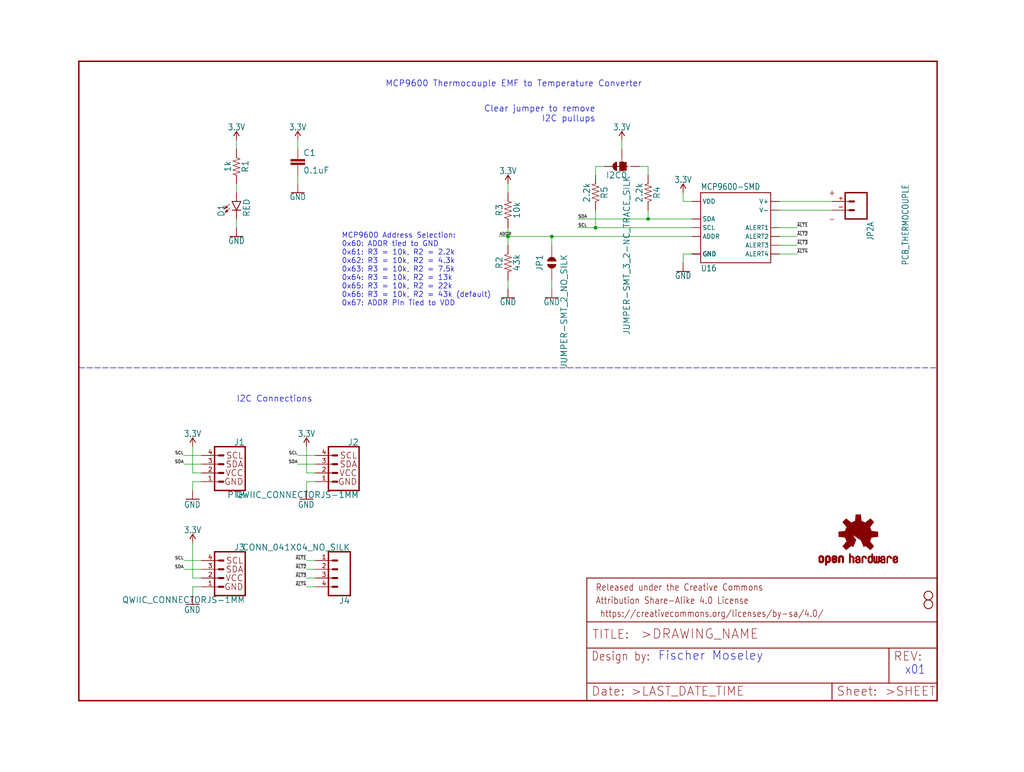
<source format=kicad_sch>
(kicad_sch (version 20211123) (generator eeschema)
  (paper "User" 297.002 223.926)
  (lib_symbols
    (symbol "eagleSchem-eagle-import:0.1UF-0603-25V-(+80{slash}-20%)"
      (property "Reference" "C" (at 1.524 2.921 0))
      (property "Value" "0.1UF-0603-25V-(+80{slash}-20%)" (at 1.524 -2.159 0))
      (symbol "0.1UF-0603-25V-(+80{slash}-20%)_1_0"
        (pin passive line (at 0 5.08 270) (length 2.54) (name "1") (number "1"))
        (pin passive line (at 0 -2.54 90) (length 2.54) (name "2") (number "2"))
      )
    )
    (symbol "eagleSchem-eagle-import:10KOHM-0603-1{slash}10W-1%"
      (property "Reference" "R" (at 0 1.524 0))
      (property "Value" "10KOHM-0603-1{slash}10W-1%" (at 0 -1.524 0))
      (symbol "10KOHM-0603-1{slash}10W-1%_1_0"
        (pin passive line (at -5.08 0 0) (length 2.54) (name "1") (number "1"))
        (pin passive line (at 5.08 0 180) (length 2.54) (name "2") (number "2"))
      )
    )
    (symbol "eagleSchem-eagle-import:1KOHM-0603-1{slash}10W-1%"
      (property "Reference" "R" (at 0 1.524 0))
      (property "Value" "1KOHM-0603-1{slash}10W-1%" (at 0 -1.524 0))
      (symbol "1KOHM-0603-1{slash}10W-1%_1_0"
        (pin passive line (at -5.08 0 0) (length 2.54) (name "1") (number "1"))
        (pin passive line (at 5.08 0 180) (length 2.54) (name "2") (number "2"))
      )
    )
    (symbol "eagleSchem-eagle-import:2.2KOHM-0603-1{slash}10W-1%"
      (property "Reference" "R" (at 0 1.524 0))
      (property "Value" "2.2KOHM-0603-1{slash}10W-1%" (at 0 -1.524 0))
      (symbol "2.2KOHM-0603-1{slash}10W-1%_1_0"
        (pin passive line (at -5.08 0 0) (length 2.54) (name "1") (number "1"))
        (pin passive line (at 5.08 0 180) (length 2.54) (name "2") (number "2"))
      )
    )
    (symbol "eagleSchem-eagle-import:3.3V" (power)
      (property "Value" "3.3V" (at 0 2.794 0))
      (symbol "3.3V_1_0"
        (pin power_in line (at 0 0 90) (length 2.54) (name "3.3V") (number "1"))
      )
    )
    (symbol "eagleSchem-eagle-import:43KOHM-0603-1{slash}10W-1%"
      (property "Reference" "R" (at 0 1.524 0))
      (property "Value" "43KOHM-0603-1{slash}10W-1%" (at 0 -1.524 0))
      (symbol "43KOHM-0603-1{slash}10W-1%_1_0"
        (pin passive line (at -5.08 0 0) (length 2.54) (name "1") (number "1"))
        (pin passive line (at 5.08 0 180) (length 2.54) (name "2") (number "2"))
      )
    )
    (symbol "eagleSchem-eagle-import:CONN_041X04_NO_SILK"
      (property "Reference" "J" (at -5.08 8.128 0))
      (property "Value" "CONN_041X04_NO_SILK" (at -5.08 -7.366 0))
      (symbol "CONN_041X04_NO_SILK_1_0"
        (pin passive line (at 5.08 -2.54 180) (length 5.08) (name "1") (number "1"))
        (pin passive line (at 5.08 0 180) (length 5.08) (name "2") (number "2"))
        (pin passive line (at 5.08 2.54 180) (length 5.08) (name "3") (number "3"))
        (pin passive line (at 5.08 5.08 180) (length 5.08) (name "4") (number "4"))
      )
    )
    (symbol "eagleSchem-eagle-import:FRAME-LETTER"
      (symbol "FRAME-LETTER_2_0"
        (text " https://creativecommons.org/licenses/by-sa/4.0/" (at 2.54 24.13 0) (effects (font (size 1.9304 1.6408)) (justify left bottom)))
        (text ">DRAWING_NAME" (at 15.494 17.78 0) (effects (font (size 2.7432 2.7432)) (justify left bottom)))
        (text ">LAST_DATE_TIME" (at 12.7 1.27 0) (effects (font (size 2.54 2.54)) (justify left bottom)))
        (text ">SHEET" (at 86.36 1.27 0) (effects (font (size 2.54 2.54)) (justify left bottom)))
        (text "Attribution Share-Alike 4.0 License" (at 2.54 27.94 0) (effects (font (size 1.9304 1.6408)) (justify left bottom)))
        (text "Date:" (at 1.27 1.27 0) (effects (font (size 2.54 2.54)) (justify left bottom)))
        (text "Design by:" (at 1.27 11.43 0) (effects (font (size 2.54 2.159)) (justify left bottom)))
        (text "Released under the Creative Commons" (at 2.54 31.75 0) (effects (font (size 1.9304 1.6408)) (justify left bottom)))
        (text "REV:" (at 88.9 11.43 0) (effects (font (size 2.54 2.54)) (justify left bottom)))
        (text "Sheet:" (at 72.39 1.27 0) (effects (font (size 2.54 2.54)) (justify left bottom)))
        (text "TITLE:" (at 1.524 17.78 0) (effects (font (size 2.54 2.54)) (justify left bottom)))
      )
    )
    (symbol "eagleSchem-eagle-import:GND" (power)
      (property "Value" "GND" (at -2.54 -2.54 0))
      (symbol "GND_1_0"
        (pin power_in line (at 0 2.54 270) (length 2.54) (name "GND") (number "1"))
      )
    )
    (symbol "eagleSchem-eagle-import:I2C_STANDARD_NO_SILK"
      (property "Reference" "J" (at -5.08 7.874 0))
      (property "Value" "I2C_STANDARD_NO_SILK" (at -5.08 -5.334 0))
      (symbol "I2C_STANDARD_NO_SILK_1_0"
        (text "GND" (at -4.572 -2.54 0) (effects (font (size 1.778 1.778)) (justify left)))
        (text "SCL" (at -4.572 5.08 0) (effects (font (size 1.778 1.778)) (justify left)))
        (text "SDA" (at -4.572 2.54 0) (effects (font (size 1.778 1.778)) (justify left)))
        (text "VCC" (at -4.572 0 0) (effects (font (size 1.778 1.778)) (justify left)))
        (pin power_in line (at 7.62 -2.54 180) (length 5.08) (name "GND") (number "1"))
        (pin power_in line (at 7.62 0 180) (length 5.08) (name "VCC") (number "2"))
        (pin passive line (at 7.62 2.54 180) (length 5.08) (name "SDA") (number "3"))
        (pin passive line (at 7.62 5.08 180) (length 5.08) (name "SCL") (number "4"))
      )
    )
    (symbol "eagleSchem-eagle-import:JUMPER-SMT_2_NO_SILK"
      (property "Reference" "JP" (at -2.54 2.54 0))
      (property "Value" "JUMPER-SMT_2_NO_SILK" (at -2.54 -2.54 0))
      (symbol "JUMPER-SMT_2_NO_SILK_1_0"
        (pin passive line (at -5.08 0 0) (length 2.54) (name "1") (number "1"))
        (pin passive line (at 5.08 0 180) (length 2.54) (name "2") (number "2"))
      )
    )
    (symbol "eagleSchem-eagle-import:JUMPER-SMT_3_2-NC_TRACE_SILK"
      (property "Reference" "JP" (at 2.54 0.381 0))
      (property "Value" "JUMPER-SMT_3_2-NC_TRACE_SILK" (at 2.54 -0.381 0))
      (symbol "JUMPER-SMT_3_2-NC_TRACE_SILK_1_0"
        (pin passive line (at 0 5.08 270) (length 2.54) (name "1") (number "1"))
        (pin passive line (at -5.08 0 0) (length 2.54) (name "2") (number "2"))
        (pin passive line (at 0 -5.08 90) (length 2.54) (name "3") (number "3"))
      )
    )
    (symbol "eagleSchem-eagle-import:LED-RED0603"
      (property "Reference" "D" (at -3.429 -4.572 90))
      (property "Value" "LED-RED0603" (at 1.905 -4.572 90))
      (symbol "LED-RED0603_1_0"
        (pin passive line (at 0 2.54 270) (length 2.54) (name "A") (number "A"))
        (pin passive line (at 0 -5.08 90) (length 2.54) (name "C") (number "C"))
      )
    )
    (symbol "eagleSchem-eagle-import:MCP9600-SMD"
      (property "Reference" "U" (at -10.414 10.668 0))
      (property "Value" "MCP9600-SMD" (at -10.16 -12.954 0))
      (symbol "MCP9600-SMD_1_0"
        (pin bidirectional line (at -12.7 -7.62 0) (length 2.54) (name "GND") (number "1"))
        (pin bidirectional line (at -12.7 -7.62 0) (length 2.54) (name "GND") (number "10"))
        (pin bidirectional line (at 12.7 0 180) (length 2.54) (name "ALERT1") (number "11"))
        (pin bidirectional line (at 12.7 -2.54 180) (length 2.54) (name "ALERT2") (number "12"))
        (pin bidirectional line (at -12.7 -7.62 0) (length 2.54) (name "GND") (number "13"))
        (pin bidirectional line (at 12.7 -5.08 180) (length 2.54) (name "ALERT3") (number "14"))
        (pin bidirectional line (at 12.7 -7.62 180) (length 2.54) (name "ALERT4") (number "15"))
        (pin bidirectional line (at -12.7 -2.54 0) (length 2.54) (name "ADDR") (number "16"))
        (pin bidirectional line (at -12.7 -7.62 0) (length 2.54) (name "GND") (number "17"))
        (pin bidirectional line (at -12.7 -7.62 0) (length 2.54) (name "GND") (number "18"))
        (pin bidirectional line (at -12.7 0 0) (length 2.54) (name "SCL") (number "19"))
        (pin bidirectional line (at 12.7 7.62 180) (length 2.54) (name "V+") (number "2"))
        (pin bidirectional line (at -12.7 2.54 0) (length 2.54) (name "SDA") (number "20"))
        (pin bidirectional line (at -12.7 -7.62 0) (length 2.54) (name "GND") (number "21"))
        (pin bidirectional line (at -12.7 -7.62 0) (length 2.54) (name "GND") (number "3"))
        (pin bidirectional line (at 12.7 5.08 180) (length 2.54) (name "V-") (number "4"))
        (pin bidirectional line (at -12.7 -7.62 0) (length 2.54) (name "GND") (number "5"))
        (pin bidirectional line (at -12.7 -7.62 0) (length 2.54) (name "GND") (number "6"))
        (pin bidirectional line (at -12.7 -7.62 0) (length 2.54) (name "GND") (number "7"))
        (pin bidirectional line (at -12.7 7.62 0) (length 2.54) (name "VDD") (number "8"))
        (pin bidirectional line (at -12.7 -7.62 0) (length 2.54) (name "GND") (number "9"))
      )
    )
    (symbol "eagleSchem-eagle-import:OSHW-LOGOMINI")
    (symbol "eagleSchem-eagle-import:PCB_THERMOCOUPLE"
      (property "Reference" "JP" (at -1.27 0 90))
      (property "Value" "PCB_THERMOCOUPLE" (at 5.715 0 90))
      (symbol "PCB_THERMOCOUPLE_1_0"
        (text "+" (at 5.08 -5.08 0) (effects (font (size 1.778 1.5113))))
        (text "-" (at 5.08 2.54 0) (effects (font (size 1.778 1.5113))))
        (pin passive line (at 5.08 -2.54 180) (length 5.08) (name "+") (number "+"))
        (pin passive line (at 5.08 0 180) (length 5.08) (name "-") (number "-"))
      )
      (symbol "PCB_THERMOCOUPLE_2_0"
        (pin passive line (at 0 -2.54 90) (length 2.54) (name "1") (number "CLIP1"))
        (pin passive line (at 2.54 -2.54 90) (length 2.54) (name "2") (number "CLIP2"))
      )
    )
    (symbol "eagleSchem-eagle-import:QWIIC_CONNECTORJS-1MM"
      (property "Reference" "J" (at -5.08 7.874 0))
      (property "Value" "QWIIC_CONNECTORJS-1MM" (at -5.08 -5.334 0))
      (symbol "QWIIC_CONNECTORJS-1MM_1_0"
        (text "GND" (at -4.572 -2.54 0) (effects (font (size 1.778 1.778)) (justify left)))
        (text "SCL" (at -4.572 5.08 0) (effects (font (size 1.778 1.778)) (justify left)))
        (text "SDA" (at -4.572 2.54 0) (effects (font (size 1.778 1.778)) (justify left)))
        (text "VCC" (at -4.572 0 0) (effects (font (size 1.778 1.778)) (justify left)))
        (pin power_in line (at 7.62 -2.54 180) (length 5.08) (name "1") (number "1"))
        (pin power_in line (at 7.62 0 180) (length 5.08) (name "2") (number "2"))
        (pin passive line (at 7.62 2.54 180) (length 5.08) (name "3") (number "3"))
        (pin passive line (at 7.62 5.08 180) (length 5.08) (name "4") (number "4"))
      )
    )
    (symbol "eagleSchem-eagle-import:STAND-OFF")
  )
  (junction (at 147.32 68.58))
  (junction (at 187.96 63.5))
  (junction (at 172.72 66.04))
  (junction (at 160.02 68.58))
  (wire (pts (xy 55.88 139.7) (xy 58.42 139.7)))
  (wire (pts (xy 88.9 142.24) (xy 88.9 139.7)))
  (wire (pts (xy 147.32 53.34) (xy 147.32 55.88)))
  (wire (pts (xy 160.02 68.58) (xy 147.32 68.58)))
  (wire (pts (xy 86.36 132.08) (xy 91.44 132.08)))
  (wire (pts (xy 167.64 63.5) (xy 187.96 63.5)))
  (wire (pts (xy 86.36 134.62) (xy 91.44 134.62)))
  (wire (pts (xy 55.88 157.48) (xy 55.88 167.64)))
  (wire (pts (xy 226.06 58.42) (xy 241.3 58.42)))
  (wire (pts (xy 198.12 58.42) (xy 200.66 58.42)))
  (wire (pts (xy 55.88 142.24) (xy 55.88 139.7)))
  (wire (pts (xy 91.44 165.1) (xy 88.9 165.1)))
  (polyline (pts (xy 22.86 106.68) (xy 271.78 106.68)))
  (wire (pts (xy 53.34 134.62) (xy 58.42 134.62)))
  (wire (pts (xy 58.42 132.08) (xy 53.34 132.08)))
  (wire (pts (xy 86.36 43.18) (xy 86.36 40.64)))
  (wire (pts (xy 55.88 172.72) (xy 55.88 170.18)))
  (wire (pts (xy 91.44 167.64) (xy 88.9 167.64)))
  (wire (pts (xy 55.88 167.64) (xy 58.42 167.64)))
  (wire (pts (xy 88.9 129.54) (xy 88.9 137.16)))
  (wire (pts (xy 187.96 48.26) (xy 185.42 48.26)))
  (wire (pts (xy 147.32 81.28) (xy 147.32 83.82)))
  (wire (pts (xy 68.58 53.34) (xy 68.58 55.88)))
  (wire (pts (xy 91.44 170.18) (xy 88.9 170.18)))
  (wire (pts (xy 91.44 162.56) (xy 88.9 162.56)))
  (wire (pts (xy 147.32 68.58) (xy 144.78 68.58)))
  (wire (pts (xy 55.88 137.16) (xy 58.42 137.16)))
  (wire (pts (xy 86.36 50.8) (xy 86.36 53.34)))
  (wire (pts (xy 198.12 76.2) (xy 198.12 73.66)))
  (wire (pts (xy 226.06 60.96) (xy 241.3 60.96)))
  (wire (pts (xy 55.88 129.54) (xy 55.88 137.16)))
  (wire (pts (xy 226.06 71.12) (xy 231.14 71.12)))
  (wire (pts (xy 167.64 66.04) (xy 172.72 66.04)))
  (wire (pts (xy 172.72 66.04) (xy 200.66 66.04)))
  (wire (pts (xy 187.96 63.5) (xy 200.66 63.5)))
  (wire (pts (xy 172.72 50.8) (xy 172.72 48.26)))
  (wire (pts (xy 175.26 48.26) (xy 172.72 48.26)))
  (wire (pts (xy 198.12 73.66) (xy 200.66 73.66)))
  (wire (pts (xy 160.02 68.58) (xy 200.66 68.58)))
  (wire (pts (xy 147.32 68.58) (xy 147.32 71.12)))
  (wire (pts (xy 180.34 43.18) (xy 180.34 40.64)))
  (wire (pts (xy 68.58 63.5) (xy 68.58 66.04)))
  (wire (pts (xy 187.96 50.8) (xy 187.96 48.26)))
  (wire (pts (xy 226.06 66.04) (xy 231.14 66.04)))
  (wire (pts (xy 172.72 66.04) (xy 172.72 60.96)))
  (wire (pts (xy 53.34 162.56) (xy 58.42 162.56)))
  (wire (pts (xy 226.06 73.66) (xy 231.14 73.66)))
  (wire (pts (xy 58.42 165.1) (xy 53.34 165.1)))
  (wire (pts (xy 160.02 71.12) (xy 160.02 68.58)))
  (wire (pts (xy 226.06 68.58) (xy 231.14 68.58)))
  (wire (pts (xy 88.9 137.16) (xy 91.44 137.16)))
  (wire (pts (xy 68.58 40.64) (xy 68.58 43.18)))
  (wire (pts (xy 88.9 139.7) (xy 91.44 139.7)))
  (wire (pts (xy 187.96 63.5) (xy 187.96 60.96)))
  (wire (pts (xy 160.02 81.28) (xy 160.02 83.82)))
  (wire (pts (xy 147.32 66.04) (xy 147.32 68.58)))
  (wire (pts (xy 198.12 55.88) (xy 198.12 58.42)))
  (wire (pts (xy 55.88 170.18) (xy 58.42 170.18)))
  (text "I2C Connections" (at 68.58 116.84 180) (effects (font (size 1.778 1.778)) (justify left bottom)))
  (text "x01" (at 262.382 195.834 180) (effects (font (size 2.54 2.159)) (justify left bottom)))
  (text "Fischer Moseley" (at 190.754 191.77 180) (effects (font (size 2.54 2.54)) (justify left bottom)))
  (text "Clear jumper to remove\nI2C pullups" (at 172.72 35.56 180) (effects (font (size 1.778 1.778)) (justify right bottom)))
  (text "MCP9600 Address Selection:\n0x60: ADDR tied to GND\n0x61: R3 = 10k, R2 = 2.2k\n0x62: R3 = 10k, R2 = 4.3k\n0x63: R3 = 10k, R2 = 7.5k\n0x64: R3 = 10k, R2 = 13k\n0x65: R3 = 10k, R2 = 22k\n0x66: R3 = 10k, R2 = 43k (default)\n0x67: ADDR Pin Tied to VDD" (at 99.06 88.9 180) (effects (font (size 1.524 1.524)) (justify left bottom)))
  (text "MCP9600 Thermocouple EMF to Temperature Converter" (at 111.76 25.4 180) (effects (font (size 1.778 1.778)) (justify left bottom)))
  (label "SDA" (at 53.34 165.1 180) (effects (font (size 0.889 0.889))))
  (label "SDA" (at 167.64 63.5 0) (effects (font (size 0.889 0.889))))
  (label "SCL" (at 53.34 132.08 180) (effects (font (size 0.889 0.889))))
  (label "~{ALT2}" (at 88.9 165.1 180) (effects (font (size 0.889 0.889))))
  (label "ADDR" (at 144.78 68.58 0) (effects (font (size 0.889 0.889))))
  (label "SCL" (at 167.64 66.04 0) (effects (font (size 0.889 0.889))))
  (label "SDA" (at 86.36 134.62 180) (effects (font (size 0.889 0.889))))
  (label "~{ALT3}" (at 231.14 71.12 0) (effects (font (size 0.889 0.889))))
  (label "SDA" (at 53.34 134.62 180) (effects (font (size 0.889 0.889))))
  (label "~{ALT3}" (at 88.9 167.64 180) (effects (font (size 0.889 0.889))))
  (label "~{ALT4}" (at 88.9 170.18 180) (effects (font (size 0.889 0.889))))
  (label "~{ALT2}" (at 231.14 68.58 0) (effects (font (size 0.889 0.889))))
  (label "SCL" (at 86.36 132.08 180) (effects (font (size 0.889 0.889))))
  (label "~{ALT1}" (at 231.14 66.04 0) (effects (font (size 0.889 0.889))))
  (label "~{ALT1}" (at 88.9 162.56 180) (effects (font (size 0.889 0.889))))
  (label "~{ALT4}" (at 231.14 73.66 0) (effects (font (size 0.889 0.889))))
  (label "SCL" (at 53.34 162.56 180) (effects (font (size 0.889 0.889))))
  (symbol (lib_id "eagleSchem-eagle-import:3.3V") (at 180.34 40.64 0) (mirror y) (unit 1)
    (property "Reference" "#SUPPLY9" (effects hide))
    (property "Value" "3.3V" (at 180.34 37.846 0) (effects (font (size 1.778 1.5113)) (justify bottom)))
    (property "Footprint" "eagleSchem:" (effects hide))
  )
  (symbol (lib_id "eagleSchem-eagle-import:GND") (at 160.02 86.36 0) (mirror y) (unit 1)
    (property "Reference" "#GND8" (effects hide))
    (property "Value" "GND" (at 160.02 86.614 0) (effects (font (size 1.778 1.5113)) (justify top)))
    (property "Footprint" "eagleSchem:" (effects hide))
  )
  (symbol (lib_id "eagleSchem-eagle-import:GND") (at 198.12 78.74 0) (unit 1)
    (property "Reference" "#GND2" (effects hide))
    (property "Value" "GND" (at 198.12 78.994 0) (effects (font (size 1.778 1.5113)) (justify top)))
    (property "Footprint" "eagleSchem:" (effects hide))
  )
  (symbol (lib_id "eagleSchem-eagle-import:2.2KOHM-0603-1{slash}10W-1%") (at 187.96 55.88 270) (mirror x) (unit 1)
    (property "Reference" "R4" (at 189.484 55.88 0) (effects (font (size 1.778 1.778)) (justify bottom)))
    (property "Value" "2.2k" (at 186.436 55.88 0) (effects (font (size 1.778 1.778)) (justify top)))
    (property "Footprint" "eagleSchem:0603" (effects hide))
  )
  (symbol (lib_id "eagleSchem-eagle-import:FRAME-LETTER") (at 170.18 203.2 0) (unit 2)
    (property "Reference" "FRAME1" (effects hide))
    (property "Value" "FRAME-LETTER" (effects hide))
    (property "Footprint" "eagleSchem:CREATIVE_COMMONS" (effects hide))
  )
  (symbol (lib_id "eagleSchem-eagle-import:GND") (at 55.88 144.78 0) (unit 1)
    (property "Reference" "#GND5" (effects hide))
    (property "Value" "GND" (at 53.34 147.32 0) (effects (font (size 1.778 1.5113)) (justify left bottom)))
    (property "Footprint" "eagleSchem:" (effects hide))
  )
  (symbol (lib_id "eagleSchem-eagle-import:QWIIC_CONNECTORJS-1MM") (at 66.04 167.64 0) (mirror y) (unit 1)
    (property "Reference" "J3" (at 71.12 159.766 0) (effects (font (size 1.778 1.778)) (justify left bottom)))
    (property "Value" "QWIIC_CONNECTORJS-1MM" (at 71.12 172.974 0) (effects (font (size 1.778 1.778)) (justify left top)))
    (property "Footprint" "eagleSchem:JST04_1MM_RA" (effects hide))
  )
  (symbol (lib_id "eagleSchem-eagle-import:43KOHM-0603-1{slash}10W-1%") (at 147.32 76.2 90) (mirror x) (unit 1)
    (property "Reference" "R2" (at 145.796 76.2 0) (effects (font (size 1.778 1.778)) (justify bottom)))
    (property "Value" "43k" (at 148.844 76.2 0) (effects (font (size 1.778 1.778)) (justify top)))
    (property "Footprint" "eagleSchem:0603" (effects hide))
  )
  (symbol (lib_id "eagleSchem-eagle-import:STAND-OFF") (at 269.24 172.72 0) (unit 1)
    (property "Reference" "JP8" (effects hide))
    (property "Value" "STAND-OFF" (effects hide))
    (property "Footprint" "eagleSchem:STAND-OFF" (effects hide))
  )
  (symbol (lib_id "eagleSchem-eagle-import:3.3V") (at 68.58 40.64 0) (unit 1)
    (property "Reference" "#SUPPLY1" (effects hide))
    (property "Value" "3.3V" (at 68.58 37.846 0) (effects (font (size 1.778 1.5113)) (justify bottom)))
    (property "Footprint" "eagleSchem:" (effects hide))
  )
  (symbol (lib_id "eagleSchem-eagle-import:I2C_STANDARD_NO_SILK") (at 66.04 137.16 0) (mirror y) (unit 1)
    (property "Reference" "J1" (at 71.12 129.286 0) (effects (font (size 1.778 1.778)) (justify left bottom)))
    (property "Value" "PTH" (at 71.12 142.494 0) (effects (font (size 1.778 1.778)) (justify left top)))
    (property "Footprint" "eagleSchem:1X04_NO_SILK" (effects hide))
  )
  (symbol (lib_id "eagleSchem-eagle-import:3.3V") (at 55.88 157.48 0) (unit 1)
    (property "Reference" "#SUPPLY4" (effects hide))
    (property "Value" "3.3V" (at 55.88 154.686 0) (effects (font (size 1.778 1.5113)) (justify bottom)))
    (property "Footprint" "eagleSchem:" (effects hide))
  )
  (symbol (lib_id "eagleSchem-eagle-import:FRAME-LETTER") (at 22.86 203.2 0) (unit 1)
    (property "Reference" "FRAME1" (effects hide))
    (property "Value" "FRAME-LETTER" (effects hide))
    (property "Footprint" "eagleSchem:CREATIVE_COMMONS" (effects hide))
  )
  (symbol (lib_id "eagleSchem-eagle-import:3.3V") (at 147.32 53.34 0) (mirror y) (unit 1)
    (property "Reference" "#SUPPLY2" (effects hide))
    (property "Value" "3.3V" (at 147.32 50.546 0) (effects (font (size 1.778 1.5113)) (justify bottom)))
    (property "Footprint" "eagleSchem:" (effects hide))
  )
  (symbol (lib_id "eagleSchem-eagle-import:10KOHM-0603-1{slash}10W-1%") (at 147.32 60.96 90) (unit 1)
    (property "Reference" "R3" (at 145.796 60.96 0) (effects (font (size 1.778 1.778)) (justify bottom)))
    (property "Value" "10k" (at 148.844 60.96 0) (effects (font (size 1.778 1.778)) (justify top)))
    (property "Footprint" "eagleSchem:0603" (effects hide))
  )
  (symbol (lib_id "eagleSchem-eagle-import:JUMPER-SMT_3_2-NC_TRACE_SILK") (at 180.34 48.26 90) (mirror x) (unit 1)
    (property "Reference" "I2C0" (at 181.991 51.816 90) (effects (font (size 1.778 1.778)) (justify left bottom)))
    (property "Value" "JUMPER-SMT_3_2-NC_TRACE_SILK" (at 180.721 50.8 0) (effects (font (size 1.778 1.778)) (justify left top)))
    (property "Footprint" "eagleSchem:SMT-JUMPER_3_2-NC_TRACE_SILK" (effects hide))
  )
  (symbol (lib_id "eagleSchem-eagle-import:QWIIC_CONNECTORJS-1MM") (at 99.06 137.16 0) (mirror y) (unit 1)
    (property "Reference" "J2" (at 104.14 129.286 0) (effects (font (size 1.778 1.778)) (justify left bottom)))
    (property "Value" "QWIIC_CONNECTORJS-1MM" (at 104.14 142.494 0) (effects (font (size 1.778 1.778)) (justify left top)))
    (property "Footprint" "eagleSchem:JST04_1MM_RA" (effects hide))
  )
  (symbol (lib_id "eagleSchem-eagle-import:3.3V") (at 55.88 129.54 0) (unit 1)
    (property "Reference" "#SUPPLY3" (effects hide))
    (property "Value" "3.3V" (at 55.88 126.746 0) (effects (font (size 1.778 1.5113)) (justify bottom)))
    (property "Footprint" "eagleSchem:" (effects hide))
  )
  (symbol (lib_id "eagleSchem-eagle-import:PCB_THERMOCOUPLE") (at 246.38 60.96 180) (unit 1)
    (property "Reference" "JP2" (at 251.46 64.262 90) (effects (font (size 1.778 1.5113)) (justify left bottom)))
    (property "Value" "PCB_THERMOCOUPLE" (at 261.62 53.34 90) (effects (font (size 1.778 1.5113)) (justify left bottom)))
    (property "Footprint" "eagleSchem:PCC-SMP" (effects hide))
  )
  (symbol (lib_id "eagleSchem-eagle-import:CONN_041X04_NO_SILK") (at 96.52 165.1 180) (unit 1)
    (property "Reference" "J4" (at 101.6 173.228 0) (effects (font (size 1.778 1.778)) (justify left bottom)))
    (property "Value" "CONN_041X04_NO_SILK" (at 101.6 157.734 0) (effects (font (size 1.778 1.778)) (justify left bottom)))
    (property "Footprint" "eagleSchem:1X04_NO_SILK" (effects hide))
  )
  (symbol (lib_id "eagleSchem-eagle-import:LED-RED0603") (at 68.58 58.42 0) (unit 1)
    (property "Reference" "D1" (at 65.151 62.992 90) (effects (font (size 1.778 1.778)) (justify left bottom)))
    (property "Value" "RED" (at 70.485 62.992 90) (effects (font (size 1.778 1.778)) (justify left top)))
    (property "Footprint" "eagleSchem:LED-0603" (effects hide))
  )
  (symbol (lib_id "eagleSchem-eagle-import:JUMPER-SMT_2_NO_SILK") (at 160.02 76.2 90) (mirror x) (unit 1)
    (property "Reference" "JP1" (at 157.48 73.66 0) (effects (font (size 1.778 1.778)) (justify left bottom)))
    (property "Value" "JUMPER-SMT_2_NO_SILK" (at 162.56 73.66 0) (effects (font (size 1.778 1.778)) (justify left top)))
    (property "Footprint" "eagleSchem:SMT-JUMPER_2_NO_SILK" (effects hide))
  )
  (symbol (lib_id "eagleSchem-eagle-import:GND") (at 68.58 68.58 0) (unit 1)
    (property "Reference" "#GND1" (effects hide))
    (property "Value" "GND" (at 68.58 68.834 0) (effects (font (size 1.778 1.5113)) (justify top)))
    (property "Footprint" "eagleSchem:" (effects hide))
  )
  (symbol (lib_id "eagleSchem-eagle-import:STAND-OFF") (at 269.24 175.26 0) (unit 1)
    (property "Reference" "JP9" (effects hide))
    (property "Value" "STAND-OFF" (effects hide))
    (property "Footprint" "eagleSchem:STAND-OFF" (effects hide))
  )
  (symbol (lib_id "eagleSchem-eagle-import:GND") (at 86.36 55.88 0) (unit 1)
    (property "Reference" "#GND4" (effects hide))
    (property "Value" "GND" (at 86.36 56.134 0) (effects (font (size 1.778 1.5113)) (justify top)))
    (property "Footprint" "eagleSchem:" (effects hide))
  )
  (symbol (lib_id "eagleSchem-eagle-import:2.2KOHM-0603-1{slash}10W-1%") (at 172.72 55.88 270) (mirror x) (unit 1)
    (property "Reference" "R5" (at 174.244 55.88 0) (effects (font (size 1.778 1.778)) (justify bottom)))
    (property "Value" "2.2k" (at 171.196 55.88 0) (effects (font (size 1.778 1.778)) (justify top)))
    (property "Footprint" "eagleSchem:0603" (effects hide))
  )
  (symbol (lib_id "eagleSchem-eagle-import:3.3V") (at 198.12 55.88 0) (unit 1)
    (property "Reference" "#SUPPLY6" (effects hide))
    (property "Value" "3.3V" (at 198.12 53.086 0) (effects (font (size 1.778 1.5113)) (justify bottom)))
    (property "Footprint" "eagleSchem:" (effects hide))
  )
  (symbol (lib_id "eagleSchem-eagle-import:GND") (at 147.32 86.36 0) (mirror y) (unit 1)
    (property "Reference" "#GND3" (effects hide))
    (property "Value" "GND" (at 147.32 86.614 0) (effects (font (size 1.778 1.5113)) (justify top)))
    (property "Footprint" "eagleSchem:" (effects hide))
  )
  (symbol (lib_id "eagleSchem-eagle-import:1KOHM-0603-1{slash}10W-1%") (at 68.58 48.26 270) (unit 1)
    (property "Reference" "R1" (at 70.104 48.26 0) (effects (font (size 1.778 1.778)) (justify bottom)))
    (property "Value" "1k" (at 67.056 48.26 0) (effects (font (size 1.778 1.778)) (justify top)))
    (property "Footprint" "eagleSchem:0603" (effects hide))
  )
  (symbol (lib_id "eagleSchem-eagle-import:GND") (at 88.9 144.78 0) (unit 1)
    (property "Reference" "#GND7" (effects hide))
    (property "Value" "GND" (at 86.36 147.32 0) (effects (font (size 1.778 1.5113)) (justify left bottom)))
    (property "Footprint" "eagleSchem:" (effects hide))
  )
  (symbol (lib_id "eagleSchem-eagle-import:3.3V") (at 86.36 40.64 0) (unit 1)
    (property "Reference" "#SUPPLY5" (effects hide))
    (property "Value" "3.3V" (at 86.36 37.846 0) (effects (font (size 1.778 1.5113)) (justify bottom)))
    (property "Footprint" "eagleSchem:" (effects hide))
  )
  (symbol (lib_id "eagleSchem-eagle-import:OSHW-LOGOMINI") (at 248.92 154.94 0) (unit 1)
    (property "Reference" "LOGO1" (effects hide))
    (property "Value" "OSHW-LOGOMINI" (effects hide))
    (property "Footprint" "eagleSchem:OSHW-LOGO-MINI" (effects hide))
  )
  (symbol (lib_id "eagleSchem-eagle-import:GND") (at 55.88 175.26 0) (unit 1)
    (property "Reference" "#GND6" (effects hide))
    (property "Value" "GND" (at 53.34 177.8 0) (effects (font (size 1.778 1.5113)) (justify left bottom)))
    (property "Footprint" "eagleSchem:" (effects hide))
  )
  (symbol (lib_id "eagleSchem-eagle-import:MCP9600-SMD") (at 213.36 66.04 0) (unit 1)
    (property "Reference" "U16" (at 203.2 78.74 0) (effects (font (size 1.778 1.5113)) (justify left bottom)))
    (property "Value" "MCP9600-SMD" (at 203.2 55.118 0) (effects (font (size 1.778 1.5113)) (justify left bottom)))
    (property "Footprint" "eagleSchem:MQFN-20" (effects hide))
  )
  (symbol (lib_id "eagleSchem-eagle-import:0.1UF-0603-25V-(+80{slash}-20%)") (at 86.36 48.26 0) (unit 1)
    (property "Reference" "C1" (at 87.884 45.339 0) (effects (font (size 1.778 1.778)) (justify left bottom)))
    (property "Value" "0.1uF" (at 87.884 50.419 0) (effects (font (size 1.778 1.778)) (justify left bottom)))
    (property "Footprint" "eagleSchem:0603" (effects hide))
  )
  (symbol (lib_id "eagleSchem-eagle-import:3.3V") (at 88.9 129.54 0) (unit 1)
    (property "Reference" "#SUPPLY7" (effects hide))
    (property "Value" "3.3V" (at 88.9 126.746 0) (effects (font (size 1.778 1.5113)) (justify bottom)))
    (property "Footprint" "eagleSchem:" (effects hide))
  )
)
</source>
